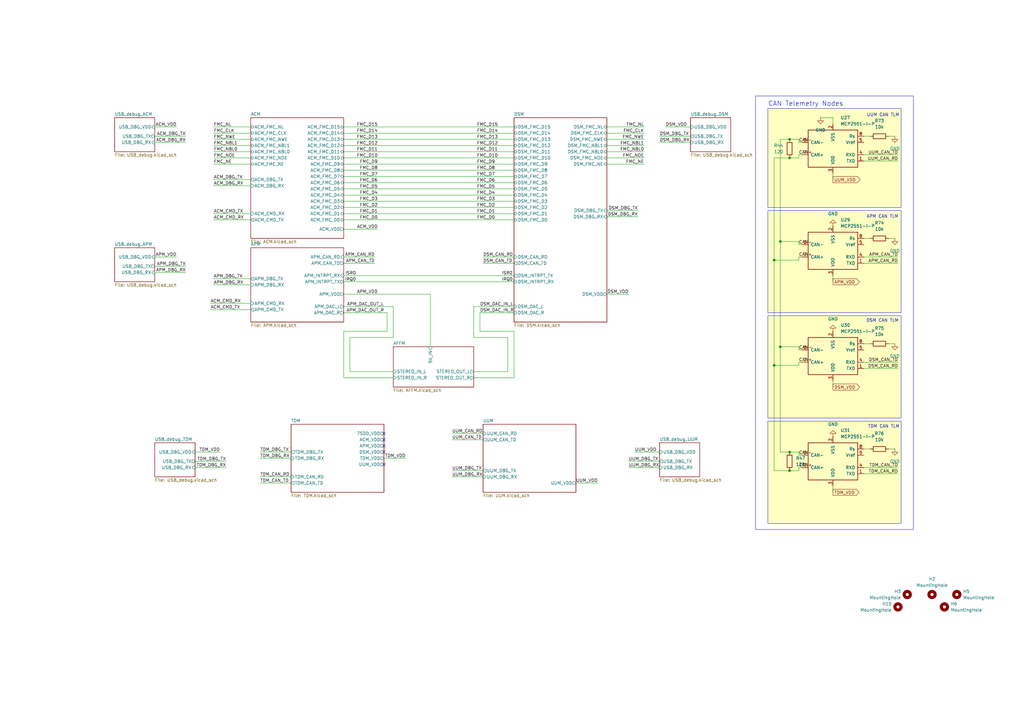
<source format=kicad_sch>
(kicad_sch (version 20250114) (generator "eeschema") (generator_version "9.0")
  (paper "A3")
  (title_block (date "2025-07-21") (rev "2"))
  (lib_symbols
    (symbol "Device:R" (pin_numbers (hide yes)) (pin_names (offset 0))
      (property "Reference" "R" (at 2.032 0 90))
      (property "Value" "R" (at 0 0 90))
      (symbol "R_0_1"
        (rectangle (start -1.016 -2.54) (end 1.016 2.54) (stroke (width 0.254)))
      )
      (symbol "R_1_1"
        (pin passive line (at 0 3.81 270) (length 1.27) (name "~") (number "1"))
        (pin passive line (at 0 -3.81 90) (length 1.27) (name "~") (number "2"))
      )
    )
    (symbol "Interface_CAN_LIN_pos_neg:MCP2551-I-P" (pin_names (offset 1.016))
      (property "Reference" "U" (at -10.16 8.89 0))
      (property "Value" "MCP2551-I-P" (at 2.54 8.89 0))
      (symbol "MCP2551-I-P_0_1"
        (rectangle (start -10.16 7.62) (end 10.16 -7.62) (stroke (width 0.254)) (fill (type background)))
      )
      (symbol "MCP2551-I-P_1_1"
        (pin input line (at -12.7 5.08 0) (length 2.54) (name "TXD") (number "1"))
        (pin output line (at -12.7 2.54 0) (length 2.54) (name "RXD") (number "4"))
        (pin power_out line (at -12.7 -2.54 0) (length 2.54) (name "Vref") (number "5"))
        (pin input line (at -12.7 -5.08 0) (length 2.54) (name "Rs") (number "8"))
        (pin power_in line (at 0 10.16 270) (length 2.54) (name "VDD") (number "3"))
        (pin power_in line (at 0 -10.16 90) (length 2.54) (name "VSS") (number "2"))
        (pin bidirectional line (at 12.7 2.54 180) (length 2.54) (name "CAN+") (number "7"))
        (pin bidirectional line (at 12.7 -2.54 180) (length 2.54) (name "CAN-") (number "6"))
      )
    )
    (symbol "Mechanical:MountingHole" (pin_names (offset 1.016)) (in_bom no)
      (property "Reference" "H" (at 0 5.08 0))
      (property "Value" "MountingHole" (at 0 3.175 0))
      (symbol "MountingHole_0_1"
        (circle (center 0 0) (radius 1.27) (stroke (width 1.27)))
      )
    )
    (symbol "power:GND" (power) (pin_numbers (hide yes)) (pin_names (offset 0) (hide yes))
      (property "Value" "GND" (at 0 -3.81 0))
      (symbol "GND_0_1"
        (polyline (pts (xy 0 0) (xy 0 -1.27) (xy 1.27 -1.27) (xy 0 -2.54) (xy -1.27 -1.27) (xy 0 -1.27)))
      )
      (symbol "GND_1_1"
        (pin power_in line (at 0 0 270) (length 0) (name "~") (number "1"))
      )
    )
  )
  (rectangle (start 314.96 44.45) (end 369.57 85.09) (fill (type color) (color 255 255 194 1)))
  (rectangle (start 309.88 39.37) (end 374.65 217.17))
  (rectangle (start 314.96 86.36) (end 369.57 128.27) (fill (type color) (color 255 255 194 1)))
  (rectangle (start 314.96 129.54) (end 369.57 171.45) (fill (type color) (color 255 255 194 1)))
  (rectangle (start 314.96 172.72) (end 369.57 214.63) (fill (type color) (color 255 255 194 1)))
  (text "TDM CAN TLM" (at 362.458 175.006 0) (effects (font (size 1.27 1.27))))
  (text "CAN Telemetry Nodes" (at 330.454 42.672 0) (effects (font (size 1.905 1.905))))
  (text "DSM CAN TLM" (at 361.95 131.572 0) (effects (font (size 1.27 1.27))))
  (text "APM CAN TLM" (at 361.95 88.9 0) (effects (font (size 1.27 1.27))))
  (text "UUM CAN TLM" (at 362.204 47.244 0) (effects (font (size 1.27 1.27))))
  (junction (at 317.5 106.68))
  (junction (at 323.85 185.42))
  (junction (at 317.5 149.86))
  (junction (at 323.85 57.15))
  (junction (at 320.04 142.24))
  (junction (at 320.04 99.06))
  (junction (at 323.85 64.77))
  (junction (at 323.85 193.04))
  (no_connect (at 157.48 190.5))
  (no_connect (at 157.48 177.8))
  (no_connect (at 157.48 185.42))
  (no_connect (at 157.48 182.88))
  (no_connect (at 157.48 180.34))
  (wire (pts (xy 106.68 187.96) (xy 119.38 187.96)))
  (wire (pts (xy 76.2 109.22) (xy 63.5 109.22)))
  (wire (pts (xy 354.33 66.04) (xy 368.3 66.04)))
  (wire (pts (xy 140.97 74.93) (xy 210.82 74.93)))
  (wire (pts (xy 261.62 88.9) (xy 248.92 88.9)))
  (wire (pts (xy 166.37 187.96) (xy 157.48 187.96)))
  (wire (pts (xy 158.75 128.27) (xy 158.75 135.89)))
  (wire (pts (xy 158.75 135.89) (xy 140.97 135.89)))
  (wire (pts (xy 76.2 58.42) (xy 63.5 58.42)))
  (wire (pts (xy 327.66 57.15) (xy 327.66 58.42)))
  (wire (pts (xy 154.94 93.98) (xy 140.97 93.98)))
  (wire (pts (xy 208.28 152.4) (xy 194.31 152.4)))
  (wire (pts (xy 327.66 148.59) (xy 328.93 148.59)))
  (wire (pts (xy 196.85 128.27) (xy 196.85 135.89)))
  (wire (pts (xy 270.51 55.88) (xy 283.21 55.88)))
  (wire (pts (xy 92.71 191.77) (xy 80.01 191.77)))
  (wire (pts (xy 106.68 198.12) (xy 119.38 198.12)))
  (wire (pts (xy 143.51 138.43) (xy 143.51 152.4)))
  (wire (pts (xy 261.62 86.36) (xy 248.92 86.36)))
  (wire (pts (xy 317.5 64.77) (xy 317.5 106.68)))
  (wire (pts (xy 364.49 55.88) (xy 367.03 55.88)))
  (wire (pts (xy 264.16 67.31) (xy 248.92 67.31)))
  (wire (pts (xy 87.63 59.69) (xy 102.87 59.69)))
  (wire (pts (xy 185.42 177.8) (xy 198.12 177.8)))
  (wire (pts (xy 153.67 105.41) (xy 140.97 105.41)))
  (wire (pts (xy 86.36 127) (xy 102.87 127)))
  (wire (pts (xy 140.97 87.63) (xy 210.82 87.63)))
  (wire (pts (xy 257.81 191.77) (xy 270.51 191.77)))
  (wire (pts (xy 328.93 100.33) (xy 327.66 100.33)))
  (wire (pts (xy 354.33 97.79) (xy 356.87 97.79)))
  (wire (pts (xy 198.12 105.41) (xy 210.82 105.41)))
  (wire (pts (xy 323.85 57.15) (xy 327.66 57.15)))
  (wire (pts (xy 273.05 52.07) (xy 283.21 52.07)))
  (wire (pts (xy 87.63 90.17) (xy 102.87 90.17)))
  (wire (pts (xy 341.63 73.66) (xy 341.63 71.12)))
  (wire (pts (xy 87.63 64.77) (xy 102.87 64.77)))
  (wire (pts (xy 257.81 120.65) (xy 248.92 120.65)))
  (wire (pts (xy 327.66 142.24) (xy 320.04 142.24)))
  (wire (pts (xy 140.97 82.55) (xy 210.82 82.55)))
  (wire (pts (xy 140.97 72.39) (xy 210.82 72.39)))
  (wire (pts (xy 140.97 77.47) (xy 210.82 77.47)))
  (wire (pts (xy 210.82 135.89) (xy 210.82 154.94)))
  (wire (pts (xy 87.63 116.84) (xy 102.87 116.84)))
  (wire (pts (xy 72.39 52.07) (xy 63.5 52.07)))
  (wire (pts (xy 176.53 142.24) (xy 176.53 120.65)))
  (wire (pts (xy 354.33 194.31) (xy 368.3 194.31)))
  (wire (pts (xy 92.71 189.23) (xy 80.01 189.23)))
  (wire (pts (xy 257.81 189.23) (xy 270.51 189.23)))
  (wire (pts (xy 270.51 58.42) (xy 283.21 58.42)))
  (wire (pts (xy 354.33 140.97) (xy 356.87 140.97)))
  (wire (pts (xy 140.97 57.15) (xy 210.82 57.15)))
  (wire (pts (xy 87.63 114.3) (xy 102.87 114.3)))
  (wire (pts (xy 327.66 193.04) (xy 327.66 191.77)))
  (wire (pts (xy 76.2 111.76) (xy 63.5 111.76)))
  (wire (pts (xy 368.3 63.5) (xy 354.33 63.5)))
  (wire (pts (xy 320.04 99.06) (xy 320.04 142.24)))
  (wire (pts (xy 210.82 154.94) (xy 194.31 154.94)))
  (wire (pts (xy 196.85 135.89) (xy 210.82 135.89)))
  (wire (pts (xy 264.16 54.61) (xy 248.92 54.61)))
  (wire (pts (xy 140.97 115.57) (xy 210.82 115.57)))
  (wire (pts (xy 198.12 107.95) (xy 210.82 107.95)))
  (wire (pts (xy 140.97 85.09) (xy 210.82 85.09)))
  (wire (pts (xy 327.66 64.77) (xy 327.66 63.5)))
  (wire (pts (xy 76.2 55.88) (xy 63.5 55.88)))
  (wire (pts (xy 354.33 191.77) (xy 368.3 191.77)))
  (wire (pts (xy 260.35 185.42) (xy 270.51 185.42)))
  (wire (pts (xy 320.04 57.15) (xy 320.04 99.06)))
  (wire (pts (xy 87.63 67.31) (xy 102.87 67.31)))
  (wire (pts (xy 327.66 99.06) (xy 327.66 100.33)))
  (wire (pts (xy 208.28 138.43) (xy 208.28 152.4)))
  (wire (pts (xy 341.63 201.93) (xy 341.63 199.39)))
  (wire (pts (xy 87.63 57.15) (xy 102.87 57.15)))
  (wire (pts (xy 317.5 106.68) (xy 317.5 149.86)))
  (wire (pts (xy 317.5 149.86) (xy 317.5 193.04)))
  (wire (pts (xy 327.66 106.68) (xy 317.5 106.68)))
  (wire (pts (xy 140.97 154.94) (xy 161.29 154.94)))
  (wire (pts (xy 140.97 62.23) (xy 210.82 62.23)))
  (wire (pts (xy 140.97 90.17) (xy 210.82 90.17)))
  (wire (pts (xy 264.16 64.77) (xy 248.92 64.77)))
  (wire (pts (xy 341.63 48.26) (xy 341.63 50.8)))
  (wire (pts (xy 320.04 142.24) (xy 320.04 185.42)))
  (wire (pts (xy 328.93 63.5) (xy 327.66 63.5)))
  (wire (pts (xy 323.85 193.04) (xy 327.66 193.04)))
  (wire (pts (xy 364.49 140.97) (xy 367.03 140.97)))
  (wire (pts (xy 341.63 158.75) (xy 341.63 156.21)))
  (wire (pts (xy 323.85 64.77) (xy 327.66 64.77)))
  (wire (pts (xy 354.33 151.13) (xy 368.3 151.13)))
  (wire (pts (xy 336.55 48.26) (xy 341.63 48.26)))
  (wire (pts (xy 143.51 152.4) (xy 161.29 152.4)))
  (wire (pts (xy 327.66 105.41) (xy 328.93 105.41)))
  (wire (pts (xy 140.97 113.03) (xy 210.82 113.03)))
  (wire (pts (xy 106.68 195.58) (xy 119.38 195.58)))
  (wire (pts (xy 323.85 185.42) (xy 320.04 185.42)))
  (wire (pts (xy 264.16 52.07) (xy 248.92 52.07)))
  (wire (pts (xy 264.16 59.69) (xy 248.92 59.69)))
  (wire (pts (xy 87.63 52.07) (xy 102.87 52.07)))
  (wire (pts (xy 185.42 193.04) (xy 198.12 193.04)))
  (wire (pts (xy 87.63 54.61) (xy 102.87 54.61)))
  (wire (pts (xy 364.49 97.79) (xy 367.03 97.79)))
  (wire (pts (xy 72.39 105.41) (xy 63.5 105.41)))
  (wire (pts (xy 140.97 64.77) (xy 210.82 64.77)))
  (wire (pts (xy 140.97 120.65) (xy 176.53 120.65)))
  (wire (pts (xy 90.17 185.42) (xy 80.01 185.42)))
  (wire (pts (xy 368.3 148.59) (xy 354.33 148.59)))
  (wire (pts (xy 354.33 184.15) (xy 356.87 184.15)))
  (wire (pts (xy 354.33 55.88) (xy 356.87 55.88)))
  (wire (pts (xy 327.66 99.06) (xy 320.04 99.06)))
  (wire (pts (xy 327.66 149.86) (xy 317.5 149.86)))
  (wire (pts (xy 194.31 138.43) (xy 208.28 138.43)))
  (wire (pts (xy 140.97 80.01) (xy 210.82 80.01)))
  (wire (pts (xy 140.97 59.69) (xy 210.82 59.69)))
  (wire (pts (xy 87.63 62.23) (xy 102.87 62.23)))
  (wire (pts (xy 185.42 195.58) (xy 198.12 195.58)))
  (wire (pts (xy 86.36 124.46) (xy 102.87 124.46)))
  (wire (pts (xy 323.85 185.42) (xy 327.66 185.42)))
  (wire (pts (xy 323.85 64.77) (xy 317.5 64.77)))
  (wire (pts (xy 196.85 128.27) (xy 210.82 128.27)))
  (wire (pts (xy 140.97 135.89) (xy 140.97 154.94)))
  (wire (pts (xy 87.63 87.63) (xy 102.87 87.63)))
  (wire (pts (xy 87.63 73.66) (xy 102.87 73.66)))
  (wire (pts (xy 194.31 125.73) (xy 194.31 138.43)))
  (wire (pts (xy 328.93 186.69) (xy 327.66 186.69)))
  (wire (pts (xy 161.29 138.43) (xy 143.51 138.43)))
  (wire (pts (xy 368.3 105.41) (xy 354.33 105.41)))
  (wire (pts (xy 327.66 191.77) (xy 328.93 191.77)))
  (wire (pts (xy 140.97 54.61) (xy 210.82 54.61)))
  (wire (pts (xy 341.63 115.57) (xy 341.63 113.03)))
  (wire (pts (xy 327.66 58.42) (xy 328.93 58.42)))
  (wire (pts (xy 153.67 107.95) (xy 140.97 107.95)))
  (wire (pts (xy 245.11 198.12) (xy 236.22 198.12)))
  (wire (pts (xy 327.66 185.42) (xy 327.66 186.69)))
  (wire (pts (xy 323.85 193.04) (xy 317.5 193.04)))
  (wire (pts (xy 185.42 180.34) (xy 198.12 180.34)))
  (wire (pts (xy 106.68 185.42) (xy 119.38 185.42)))
  (wire (pts (xy 354.33 107.95) (xy 368.3 107.95)))
  (wire (pts (xy 264.16 57.15) (xy 248.92 57.15)))
  (wire (pts (xy 264.16 62.23) (xy 248.92 62.23)))
  (wire (pts (xy 161.29 125.73) (xy 161.29 138.43)))
  (wire (pts (xy 328.93 143.51) (xy 327.66 143.51)))
  (wire (pts (xy 194.31 125.73) (xy 210.82 125.73)))
  (wire (pts (xy 87.63 76.2) (xy 102.87 76.2)))
  (wire (pts (xy 140.97 52.07) (xy 210.82 52.07)))
  (wire (pts (xy 140.97 67.31) (xy 210.82 67.31)))
  (wire (pts (xy 364.49 184.15) (xy 367.03 184.15)))
  (wire (pts (xy 140.97 128.27) (xy 158.75 128.27)))
  (wire (pts (xy 327.66 142.24) (xy 327.66 143.51)))
  (wire (pts (xy 327.66 106.68) (xy 327.66 105.41)))
  (wire (pts (xy 140.97 69.85) (xy 210.82 69.85)))
  (wire (pts (xy 323.85 57.15) (xy 320.04 57.15)))
  (wire (pts (xy 140.97 125.73) (xy 161.29 125.73)))
  (wire (pts (xy 327.66 149.86) (xy 327.66 148.59)))
  (label "FMC_NWE" (at 87.63 57.15 0))
  (label "CAN-" (at 327.66 143.51 0))
  (label "APM_VDD" (at 72.39 105.41 180))
  (label "UUM_CAN_TD" (at 368.3 63.5 180))
  (label "DSM_DBG_RX" (at 270.51 58.42 0))
  (label "UUM_DBG_RX" (at 257.81 191.77 0))
  (label "FMC_CLK" (at 87.63 54.61 0))
  (label "ACM_CMD_TX" (at 86.36 127 0))
  (label "DSM_DBG_RX" (at 261.62 88.9 180))
  (label "FMC_D15" (at 154.94 52.07 180))
  (label "APM_DAC_OUT_L" (at 157.48 125.73 180))
  (label "FMC_D1" (at 154.94 87.63 180))
  (label "ACM_VDD" (at 72.39 52.07 180))
  (label "FMC_NBL0" (at 87.63 62.23 0))
  (label "FMC_D3" (at 195.58 82.55 0))
  (label "CAN-" (at 327.66 186.69 0))
  (label "TDM_CAN_TD" (at 368.3 191.77 180))
  (label "DSM_CAN_TD" (at 368.3 148.59 180))
  (label "TDM_VDD" (at 166.37 187.96 180))
  (label "TDM_VDD" (at 90.17 185.42 180))
  (label "APM_DBG_RX" (at 87.63 116.84 0))
  (label "FMC_D15" (at 195.58 52.07 0))
  (label "APM_DBG_RX" (at 76.2 111.76 180))
  (label "FMC_NBL1" (at 87.63 59.69 0))
  (label "FMC_D6" (at 195.58 74.93 0))
  (label "TDM_DBG_RX" (at 106.68 187.96 0))
  (label "UUM_DBG_TX" (at 257.81 189.23 0))
  (label "TDM_DBG_TX" (at 92.71 189.23 180))
  (label "DSM_DAC_IN_L" (at 196.85 125.73 0))
  (label "TDM_CAN_RD" (at 106.68 195.58 0))
  (label "FMC_NE" (at 87.63 67.31 0))
  (label "FMC_D0" (at 154.94 90.17 180))
  (label "APM_DBG_TX" (at 87.63 114.3 0))
  (label "FMC_D14" (at 154.94 54.61 180))
  (label "FMC_D11" (at 195.58 62.23 0))
  (label "FMC_D1" (at 195.58 87.63 0))
  (label "FMC_D6" (at 154.94 74.93 180))
  (label "CAN+" (at 327.66 148.59 0))
  (label "FMC_D5" (at 154.94 77.47 180))
  (label "CAN+" (at 327.66 191.77 0))
  (label "FMC_D14" (at 195.58 54.61 0))
  (label "FMC_CLK" (at 264.16 54.61 180))
  (label "UUM_CAN_RD" (at 185.42 177.8 0))
  (label "FMC_NOE" (at 87.63 64.77 0))
  (label "TDM_CAN_RD" (at 368.3 194.31 180))
  (label "ISR0" (at 146.05 113.03 180))
  (label "DSM_DAC_IN_R" (at 196.85 128.27 0))
  (label "FMC_NL" (at 264.16 52.07 180))
  (label "FMC_D10" (at 154.94 64.77 180))
  (label "FMC_D8" (at 195.58 69.85 0))
  (label "UUM_CAN_TD" (at 185.42 180.34 0))
  (label "APM_DAC_OUT_R" (at 157.48 128.27 180))
  (label "CAN+" (at 327.66 105.41 0))
  (label "FMC_D4" (at 195.58 80.01 0))
  (label "TDM_DBG_RX" (at 92.71 191.77 180))
  (label "APM_CAN_TD" (at 153.67 107.95 180))
  (label "FMC_D12" (at 154.94 59.69 180))
  (label "ACM_DBG_RX" (at 87.63 76.2 0))
  (label "DSM_VDD" (at 257.81 120.65 180))
  (label "FMC_D9" (at 154.94 67.31 180))
  (label "FMC_D5" (at 195.58 77.47 0))
  (label "APM_VDD" (at 154.94 120.65 180))
  (label "FMC_NOE" (at 264.16 64.77 180))
  (label "UUM_DBG_TX" (at 185.42 193.04 0))
  (label "FMC_NWE" (at 264.16 57.15 180))
  (label "DSM_CAN_TD" (at 198.12 107.95 0))
  (label "APM_DBG_TX" (at 76.2 109.22 180))
  (label "FMC_NE" (at 264.16 67.31 180))
  (label "FMC_D12" (at 195.58 59.69 0))
  (label "FMC_NBL0" (at 264.16 62.23 180))
  (label "DSM_CAN_RD" (at 198.12 105.41 0))
  (label "ACM_VDD" (at 154.94 93.98 180))
  (label "FMC_D8" (at 154.94 69.85 180))
  (label "FMC_D13" (at 154.94 57.15 180))
  (label "ACM_CMD_RX" (at 87.63 90.17 0))
  (label "IRQ0" (at 205.74 115.57 0))
  (label "DSM_VDD" (at 273.05 52.07 0))
  (label "FMC_D10" (at 195.58 64.77 0))
  (label "FMC_NBL1" (at 264.16 59.69 180))
  (label "APM_CAN_RD" (at 368.3 107.95 180))
  (label "ISR0" (at 205.74 113.03 0))
  (label "FMC_D2" (at 195.58 85.09 0))
  (label "TDM_CAN_TD" (at 106.68 198.12 0))
  (label "ACM_CMD_RX" (at 86.36 124.46 0))
  (label "DSM_CAN_RD" (at 368.3 151.13 180))
  (label "FMC_D4" (at 154.94 80.01 180))
  (label "CAN-" (at 327.66 58.42 0))
  (label "APM_CAN_TD" (at 368.3 105.41 180))
  (label "UUM_CAN_RD" (at 368.3 66.04 180))
  (label "CAN+" (at 327.66 63.5 0))
  (label "FMC_NL" (at 87.63 52.07 0))
  (label "UUM_VDD" (at 260.35 185.42 0))
  (label "ACM_DBG_RX" (at 76.2 58.42 180))
  (label "ACM_DBG_TX" (at 76.2 55.88 180))
  (label "UUM_VDD" (at 245.11 198.12 180))
  (label "IRQ0" (at 146.05 115.57 180))
  (label "CAN-" (at 327.66 100.33 0))
  (label "FMC_D13" (at 195.58 57.15 0))
  (label "ACM_CMD_TX" (at 87.63 87.63 0))
  (label "FMC_D7" (at 195.58 72.39 0))
  (label "FMC_D11" (at 154.94 62.23 180))
  (label "DSM_DBG_TX" (at 261.62 86.36 180))
  (label "TDM_DBG_TX" (at 106.68 185.42 0))
  (label "UUM_DBG_RX" (at 185.42 195.58 0))
  (label "FMC_D2" (at 154.94 85.09 180))
  (label "FMC_D3" (at 154.94 82.55 180))
  (label "APM_CAN_RD" (at 153.67 105.41 180))
  (label "FMC_D0" (at 195.58 90.17 0))
  (label "FMC_D7" (at 154.94 72.39 180))
  (label "FMC_D9" (at 195.58 67.31 0))
  (label "DSM_DBG_TX" (at 270.51 55.88 0))
  (label "ACM_DBG_TX" (at 87.63 73.66 0))
  (global_label "APM_VDD" (shape output) (at 341.63 115.57 0) (property "Intersheetrefs" "${INTERSHEET_REFS}" (effects (hide yes))))
  (global_label "DSM_VDD" (shape output) (at 341.63 158.75 0) (property "Intersheetrefs" "${INTERSHEET_REFS}" (effects (hide yes))))
  (global_label "UUM_VDD" (shape output) (at 341.63 73.66 0) (property "Intersheetrefs" "${INTERSHEET_REFS}" (effects (hide yes))))
  (global_label "TDM_VDD" (shape output) (at 341.63 201.93 0) (property "Intersheetrefs" "${INTERSHEET_REFS}" (effects (hide yes))))
  (symbol (lib_id "Interface_CAN_LIN_pos_neg:MCP2551-I-P") (at 341.63 189.23 180) (unit 1)
    (property "Reference" "U31" (at 344.7481 176.53 0) (effects (justify right)))
    (property "Value" "MCP2551-I-P" (at 344.7481 179.07 0) (effects (justify right)))
    (property "Footprint" "Package_DIP:DIP-8_W7.62mm" (effects (hide yes)))
    (property "Datasheet" "http://ww1.microchip.com/downloads/en/devicedoc/21667d.pdf" (effects (hide yes)))
    (property "Description" "High-Speed CAN Transceiver, 1Mbps, 5V supply, DIP-8" (effects (hide yes)))
  )
  (symbol (lib_id "Interface_CAN_LIN_pos_neg:MCP2551-I-P") (at 341.63 60.96 180) (unit 1)
    (property "Reference" "U27" (at 344.7481 48.26 0) (effects (justify right)))
    (property "Value" "MCP2551-I-P" (at 344.7481 50.8 0) (effects (justify right)))
    (property "Footprint" "Package_DIP:DIP-8_W7.62mm" (effects (hide yes)))
    (property "Datasheet" "http://ww1.microchip.com/downloads/en/devicedoc/21667d.pdf" (effects (hide yes)))
    (property "Description" "High-Speed CAN Transceiver, 1Mbps, 5V supply, DIP-8" (effects (hide yes)))
  )
  (symbol (lib_id "Mechanical:MountingHole") (at 372.11 243.84 0) (unit 1) (in_bom no)
    (property "Reference" "H3" (at 369.57 242.5699 0) (effects (justify right)))
    (property "Value" "MountingHole" (at 369.57 245.1099 0) (effects (justify right)))
    (property "Footprint" "MountingHole:MountingHole_3.2mm_M3" (effects (hide yes)))
    (property "Description" "Mounting Hole without connection" (effects (hide yes)))
  )
  (symbol (lib_id "power:GND") (at 367.03 184.15 0) (unit 1)
    (property "Reference" "#PWR0172" (effects (hide yes)))
    (property "Value" "GND" (at 367.03 189.23 0))
    (property "Description" "Power symbol creates a global label with name \"GND\" , ground" (effects (hide yes)))
  )
  (symbol (lib_id "Device:R") (at 360.68 97.79 90) (unit 1)
    (property "Reference" "R74" (at 360.68 91.44 90))
    (property "Value" "10k" (at 360.68 93.98 90))
    (property "Footprint" "Resistor_SMD:R_0805_2012Metric_Pad1.20x1.40mm_HandSolder" (effects (hide yes)))
    (property "Description" "Resistor" (effects (hide yes)))
    (property "DigiKey_Part_Number" "311-10.0KCRCT-ND" (effects (hide yes)))
    (property "Price" "0.0129" (effects (hide yes)))
  )
  (symbol (lib_id "power:GND") (at 367.03 97.79 0) (unit 1)
    (property "Reference" "#PWR0170" (effects (hide yes)))
    (property "Value" "GND" (at 367.03 102.87 0))
    (property "Description" "Power symbol creates a global label with name \"GND\" , ground" (effects (hide yes)))
  )
  (symbol (lib_id "Mechanical:MountingHole") (at 392.43 243.84 0) (unit 1) (in_bom no)
    (property "Reference" "H5" (at 394.97 242.5699 0) (effects (justify left)))
    (property "Value" "MountingHole" (at 394.97 245.1099 0) (effects (justify left)))
    (property "Footprint" "MountingHole:MountingHole_3.2mm_M3" (effects (hide yes)))
    (property "Description" "Mounting Hole without connection" (effects (hide yes)))
  )
  (symbol (lib_id "power:GND") (at 341.63 135.89 180) (unit 1)
    (property "Reference" "#PWR0124" (effects (hide yes)))
    (property "Value" "GND" (at 341.63 130.81 0))
    (property "Description" "Power symbol creates a global label with name \"GND\" , ground" (effects (hide yes)))
  )
  (symbol (lib_id "Device:R") (at 360.68 55.88 90) (unit 1)
    (property "Reference" "R73" (at 360.68 49.53 90))
    (property "Value" "10k" (at 360.68 52.07 90))
    (property "Footprint" "Resistor_SMD:R_0805_2012Metric_Pad1.20x1.40mm_HandSolder" (effects (hide yes)))
    (property "Description" "Resistor" (effects (hide yes)))
    (property "DigiKey_Part_Number" "311-10.0KCRCT-ND" (effects (hide yes)))
    (property "Price" "0.0129" (effects (hide yes)))
  )
  (symbol (lib_id "Mechanical:MountingHole") (at 387.35 248.92 0) (unit 1) (in_bom no)
    (property "Reference" "H6" (at 389.89 247.6499 0) (effects (justify left)))
    (property "Value" "MountingHole" (at 389.89 250.1899 0) (effects (justify left)))
    (property "Footprint" "MountingHole:MountingHole_3.2mm_M3" (effects (hide yes)))
    (property "Description" "Mounting Hole without connection" (effects (hide yes)))
  )
  (symbol (lib_id "power:GND") (at 367.03 140.97 0) (unit 1)
    (property "Reference" "#PWR0171" (effects (hide yes)))
    (property "Value" "GND" (at 367.03 146.05 0))
    (property "Description" "Power symbol creates a global label with name \"GND\" , ground" (effects (hide yes)))
  )
  (symbol (lib_id "Mechanical:MountingHole") (at 382.27 243.84 0) (unit 1) (in_bom no)
    (property "Reference" "H2" (at 382.27 237.49 0))
    (property "Value" "MountingHole" (at 382.27 240.03 0))
    (property "Footprint" "MountingHole:MountingHole_3.2mm_M3" (effects (hide yes)))
    (property "Description" "Mounting Hole without connection" (effects (hide yes)))
  )
  (symbol (lib_id "power:GND") (at 341.63 92.71 180) (unit 1)
    (property "Reference" "#PWR0123" (effects (hide yes)))
    (property "Value" "GND" (at 341.63 87.63 0))
    (property "Description" "Power symbol creates a global label with name \"GND\" , ground" (effects (hide yes)))
  )
  (symbol (lib_id "power:GND") (at 336.55 48.26 0) (unit 1)
    (property "Reference" "#PWR0122" (effects (hide yes)))
    (property "Value" "GND" (at 336.55 53.34 0))
    (property "Description" "Power symbol creates a global label with name \"GND\" , ground" (effects (hide yes)))
  )
  (symbol (lib_id "Interface_CAN_LIN_pos_neg:MCP2551-I-P") (at 341.63 102.87 180) (unit 1)
    (property "Reference" "U29" (at 344.7481 90.17 0) (effects (justify right)))
    (property "Value" "MCP2551-I-P" (at 344.7481 92.71 0) (effects (justify right)))
    (property "Footprint" "Package_DIP:DIP-8_W7.62mm" (effects (hide yes)))
    (property "Datasheet" "http://ww1.microchip.com/downloads/en/devicedoc/21667d.pdf" (effects (hide yes)))
    (property "Description" "High-Speed CAN Transceiver, 1Mbps, 5V supply, DIP-8" (effects (hide yes)))
  )
  (symbol (lib_id "Device:R") (at 323.85 189.23 0) (unit 1)
    (property "Reference" "R47" (at 326.39 187.9599 0) (effects (justify left)))
    (property "Value" "120" (at 326.39 190.4999 0) (effects (justify left)))
    (property "Footprint" "Resistor_SMD:R_0805_2012Metric_Pad1.20x1.40mm_HandSolder" (effects (hide yes)))
    (property "Description" "Resistor" (effects (hide yes)))
    (property "DigiKey_Part_Number" "311-10.0KCRCT-ND" (effects (hide yes)))
    (property "Price" "0.0129" (effects (hide yes)))
  )
  (symbol (lib_id "power:GND") (at 367.03 55.88 0) (unit 1)
    (property "Reference" "#PWR0169" (effects (hide yes)))
    (property "Value" "GND" (at 367.03 60.96 0))
    (property "Description" "Power symbol creates a global label with name \"GND\" , ground" (effects (hide yes)))
  )
  (symbol (lib_id "Device:R") (at 323.85 60.96 0) (mirror x) (unit 1)
    (property "Reference" "R44" (at 321.31 59.6899 0) (effects (justify right)))
    (property "Value" "120" (at 321.31 62.2299 0) (effects (justify right)))
    (property "Footprint" "Resistor_SMD:R_0805_2012Metric_Pad1.20x1.40mm_HandSolder" (effects (hide yes)))
    (property "Description" "Resistor" (effects (hide yes)))
    (property "DigiKey_Part_Number" "311-10.0KCRCT-ND" (effects (hide yes)))
    (property "Price" "0.0129" (effects (hide yes)))
  )
  (symbol (lib_id "Device:R") (at 360.68 184.15 90) (unit 1)
    (property "Reference" "R76" (at 360.68 177.8 90))
    (property "Value" "10k" (at 360.68 180.34 90))
    (property "Footprint" "Resistor_SMD:R_0805_2012Metric_Pad1.20x1.40mm_HandSolder" (effects (hide yes)))
    (property "Description" "Resistor" (effects (hide yes)))
    (property "DigiKey_Part_Number" "311-10.0KCRCT-ND" (effects (hide yes)))
    (property "Price" "0.0129" (effects (hide yes)))
  )
  (symbol (lib_id "Interface_CAN_LIN_pos_neg:MCP2551-I-P") (at 341.63 146.05 180) (unit 1)
    (property "Reference" "U30" (at 344.7481 133.35 0) (effects (justify right)))
    (property "Value" "MCP2551-I-P" (at 344.7481 135.89 0) (effects (justify right)))
    (property "Footprint" "Package_DIP:DIP-8_W7.62mm" (effects (hide yes)))
    (property "Datasheet" "http://ww1.microchip.com/downloads/en/devicedoc/21667d.pdf" (effects (hide yes)))
    (property "Description" "High-Speed CAN Transceiver, 1Mbps, 5V supply, DIP-8" (effects (hide yes)))
  )
  (symbol (lib_id "Mechanical:MountingHole") (at 368.3 248.92 0) (unit 1) (in_bom no)
    (property "Reference" "H10" (at 365.76 247.6499 0) (effects (justify right)))
    (property "Value" "MountingHole" (at 365.76 250.1899 0) (effects (justify right)))
    (property "Footprint" "MountingHole:MountingHole_3.2mm_M3" (effects (hide yes)))
    (property "Description" "Mounting Hole without connection" (effects (hide yes)))
  )
  (symbol (lib_id "Device:R") (at 360.68 140.97 90) (unit 1)
    (property "Reference" "R75" (at 360.68 134.62 90))
    (property "Value" "10k" (at 360.68 137.16 90))
    (property "Footprint" "Resistor_SMD:R_0805_2012Metric_Pad1.20x1.40mm_HandSolder" (effects (hide yes)))
    (property "Description" "Resistor" (effects (hide yes)))
    (property "DigiKey_Part_Number" "311-10.0KCRCT-ND" (effects (hide yes)))
    (property "Price" "0.0129" (effects (hide yes)))
  )
  (symbol (lib_id "power:GND") (at 341.63 179.07 180) (unit 1)
    (property "Reference" "#PWR0125" (effects (hide yes)))
    (property "Value" "GND" (at 341.63 173.99 0))
    (property "Description" "Power symbol creates a global label with name \"GND\" , ground" (effects (hide yes)))
  )
  (sheet (at 102.87 101.6) (size 38.1 30.48) (stroke (width 0.1524))
    (property "Sheetname" "APM" (at 102.87 100.8884 0) (effects (justify left bottom)))
    (property "Sheetfile" "APM.kicad_sch" (at 102.87 132.6646 0) (effects (justify left top)))
    (pin "APM_CMD_TX" output (at 102.87 127 180))
    (pin "APM_CMD_RX" input (at 102.87 124.46 180))
    (pin "APM_INTRPT_RX" input (at 140.97 113.03 0))
    (pin "APM_INTRPT_TX" output (at 140.97 115.57 0))
    (pin "APM_CAN_TD" output (at 140.97 107.95 0))
    (pin "APM_CAN_RD" input (at 140.97 105.41 0))
    (pin "APM_DAC_L" output (at 140.97 125.73 0))
    (pin "APM_DAC_R" output (at 140.97 128.27 0))
    (pin "APM_DBG_RX" input (at 102.87 116.84 180))
    (pin "APM_VDD" output (at 140.97 120.65 0))
    (pin "APM_DBG_TX" output (at 102.87 114.3 180))
  )
  (sheet (at 46.99 48.26) (size 16.51 13.97) (stroke (width 0.1524))
    (property "Sheetname" "USB_debug_ACM" (at 46.99 47.5484 0) (effects (justify left bottom)))
    (property "Sheetfile" "USB_debug.kicad_sch" (at 46.99 62.8146 0) (effects (justify left top)))
    (pin "USB_DBG_RX" input (at 63.5 58.42 0))
    (pin "USB_DBG_VDD" input (at 63.5 52.07 0))
    (pin "USB_DBG_TX" output (at 63.5 55.88 0))
  )
  (sheet (at 210.82 48.26) (size 38.1 83.82) (stroke (width 0.1524))
    (property "Sheetname" "DSM" (at 210.82 47.5484 0) (effects (justify left bottom)))
    (property "Sheetfile" "DSM.kicad_sch" (at 210.82 132.6646 0) (effects (justify left top)))
    (pin "DSM_DAC_L" input (at 210.82 125.73 180))
    (pin "DSM_CAN_RD" input (at 210.82 105.41 180))
    (pin "DSM_INTRPT_TX" output (at 210.82 113.03 180))
    (pin "DSM_INTRPT_RX" input (at 210.82 115.57 180))
    (pin "DSM_DAC_R" input (at 210.82 128.27 180))
    (pin "DSM_CAN_TD" output (at 210.82 107.95 180))
    (pin "DSM_FMC_D10" bidirectional (at 210.82 64.77 180))
    (pin "DSM_FMC_D8" bidirectional (at 210.82 69.85 180))
    (pin "DSM_FMC_NBL1" bidirectional (at 248.92 59.69 0))
    (pin "DSM_FMC_D0" bidirectional (at 210.82 90.17 180))
    (pin "DSM_FMC_D11" bidirectional (at 210.82 62.23 180))
    (pin "DSM_FMC_NOE" bidirectional (at 248.92 64.77 0))
    (pin "DSM_FMC_D6" bidirectional (at 210.82 74.93 180))
    (pin "DSM_FMC_D14" bidirectional (at 210.82 54.61 180))
    (pin "DSM_FMC_NBL0" bidirectional (at 248.92 62.23 0))
    (pin "DSM_FMC_D9" bidirectional (at 210.82 67.31 180))
    (pin "DSM_FMC_D7" bidirectional (at 210.82 72.39 180))
    (pin "DSM_FMC_D13" bidirectional (at 210.82 57.15 180))
    (pin "DSM_FMC_D5" bidirectional (at 210.82 77.47 180))
    (pin "DSM_FMC_NL" bidirectional (at 248.92 52.07 0))
    (pin "DSM_FMC_D12" bidirectional (at 210.82 59.69 180))
    (pin "DSM_FMC_D15" bidirectional (at 210.82 52.07 180))
    (pin "DSM_FMC_D1" bidirectional (at 210.82 87.63 180))
    (pin "DSM_FMC_D3" bidirectional (at 210.82 82.55 180))
    (pin "DSM_FMC_D4" bidirectional (at 210.82 80.01 180))
    (pin "DSM_FMC_D2" bidirectional (at 210.82 85.09 180))
    (pin "DSM_FMC_CLK" bidirectional (at 248.92 54.61 0))
    (pin "DSM_FMC_NWE" bidirectional (at 248.92 57.15 0))
    (pin "DSM_FMC_NE" bidirectional (at 248.92 67.31 0))
    (pin "DSM_DBG_TX" input (at 248.92 86.36 0))
    (pin "DSM_DBG_RX" input (at 248.92 88.9 0))
    (pin "DSM_VDD" output (at 248.92 120.65 0))
  )
  (sheet (at 119.38 173.99) (size 38.1 27.94) (stroke (width 0.1524))
    (property "Sheetname" "TDM" (at 119.38 173.2784 0) (effects (justify left bottom)))
    (property "Sheetfile" "TDM.kicad_sch" (at 119.38 202.5146 0) (effects (justify left top)))
    (pin "TDM_CAN_TD" output (at 119.38 198.12 180))
    (pin "TDM_CAN_RD" input (at 119.38 195.58 180))
    (pin "UUM_VDD" output (at 157.48 190.5 0))
    (pin "ACM_VDD" output (at 157.48 180.34 0))
    (pin "7SDD_VDD" output (at 157.48 177.8 0))
    (pin "TDM_VDD" output (at 157.48 187.96 0))
    (pin "APM_VDD" output (at 157.48 182.88 0))
    (pin "DSM_VDD" output (at 157.48 185.42 0))
    (pin "TDM_DBG_RX" input (at 119.38 187.96 180))
    (pin "TDM_DBG_TX" output (at 119.38 185.42 180))
  )
  (sheet (at 283.21 48.26) (size 16.51 13.97) (stroke (width 0.1524))
    (property "Sheetname" "USB_debug_DSM" (at 283.21 47.5484 0) (effects (justify left bottom)))
    (property "Sheetfile" "USB_debug.kicad_sch" (at 283.21 62.8146 0) (effects (justify left top)))
    (pin "USB_DBG_RX" input (at 283.21 58.42 180))
    (pin "USB_DBG_VDD" input (at 283.21 52.07 180))
    (pin "USB_DBG_TX" output (at 283.21 55.88 180))
  )
  (sheet (at 102.87 48.26) (size 38.1 49.53) (stroke (width 0.1524))
    (property "Sheetname" "ACM" (at 102.87 47.5484 0) (effects (justify left bottom)))
    (property "Sheetfile" "ACM.kicad_sch" (at 102.87 98.3746 0) (effects (justify left top)))
    (pin "ACM_FMC_D4" bidirectional (at 140.97 80.01 0))
    (pin "ACM_FMC_NE" bidirectional (at 102.87 67.31 180))
    (pin "ACM_FMC_D1" bidirectional (at 140.97 87.63 0))
    (pin "ACM_FMC_D12" bidirectional (at 140.97 59.69 0))
    (pin "ACM_FMC_NL" bidirectional (at 102.87 52.07 180))
    (pin "ACM_FMC_NBL1" bidirectional (at 102.87 59.69 180))
    (pin "ACM_FMC_NOE" bidirectional (at 102.87 64.77 180))
    (pin "ACM_FMC_D8" bidirectional (at 140.97 69.85 0))
    (pin "ACM_CMD_TX" output (at 102.87 90.17 180))
    (pin "ACM_FMC_D14" bidirectional (at 140.97 54.61 0))
    (pin "ACM_FMC_D0" bidirectional (at 140.97 90.17 0))
    (pin "ACM_CMD_RX" input (at 102.87 87.63 180))
    (pin "ACM_FMC_D3" bidirectional (at 140.97 82.55 0))
    (pin "ACM_FMC_D2" bidirectional (at 140.97 85.09 0))
    (pin "ACM_FMC_D10" bidirectional (at 140.97 64.77 0))
    (pin "ACM_FMC_D15" bidirectional (at 140.97 52.07 0))
    (pin "ACM_FMC_D13" bidirectional (at 140.97 57.15 0))
    (pin "ACM_FMC_D6" bidirectional (at 140.97 74.93 0))
    (pin "ACM_FMC_CLK" bidirectional (at 102.87 54.61 180))
    (pin "ACM_FMC_NBL0" bidirectional (at 102.87 62.23 180))
    (pin "ACM_FMC_NWE" bidirectional (at 102.87 57.15 180))
    (pin "ACM_FMC_D9" bidirectional (at 140.97 67.31 0))
    (pin "ACM_FMC_D7" bidirectional (at 140.97 72.39 0))
    (pin "ACM_FMC_D5" bidirectional (at 140.97 77.47 0))
    (pin "ACM_FMC_D11" bidirectional (at 140.97 62.23 0))
    (pin "ACM_DBG_TX" output (at 102.87 73.66 180))
    (pin "ACM_DBG_RX" input (at 102.87 76.2 180))
    (pin "ACM_VDD" output (at 140.97 93.98 0))
  )
  (sheet (at 46.99 101.6) (size 16.51 13.97) (stroke (width 0.1524))
    (property "Sheetname" "USB_debug_APM" (at 46.99 100.8884 0) (effects (justify left bottom)))
    (property "Sheetfile" "USB_debug.kicad_sch" (at 46.99 116.1546 0) (effects (justify left top)))
    (pin "USB_DBG_RX" input (at 63.5 111.76 0))
    (pin "USB_DBG_VDD" input (at 63.5 105.41 0))
    (pin "USB_DBG_TX" output (at 63.5 109.22 0))
  )
  (sheet (at 198.12 173.99) (size 38.1 27.94) (stroke (width 0.1524))
    (property "Sheetname" "UUM" (at 198.12 173.2784 0) (effects (justify left bottom)))
    (property "Sheetfile" "UUM.kicad_sch" (at 198.12 202.5146 0) (effects (justify left top)))
    (pin "UUM_CAN_RD" input (at 198.12 177.8 180))
    (pin "UUM_CAN_TD" output (at 198.12 180.34 180))
    (pin "UUM_DBG_RX" input (at 198.12 195.58 180))
    (pin "UUM_DBG_TX" output (at 198.12 193.04 180))
    (pin "UUM_VDD" output (at 236.22 198.12 0))
  )
  (sheet (at 63.5 181.61) (size 16.51 13.97) (stroke (width 0.1524))
    (property "Sheetname" "USB_debug_TDM" (at 63.5 180.8984 0) (effects (justify left bottom)))
    (property "Sheetfile" "USB_debug.kicad_sch" (at 63.5 196.1646 0) (effects (justify left top)))
    (pin "USB_DBG_RX" input (at 80.01 191.77 0))
    (pin "USB_DBG_VDD" input (at 80.01 185.42 0))
    (pin "USB_DBG_TX" output (at 80.01 189.23 0))
  )
  (sheet (at 270.51 181.61) (size 16.51 13.97) (stroke (width 0.1524))
    (property "Sheetname" "USB_debug_UUM" (at 270.51 180.8984 0) (effects (justify left bottom)))
    (property "Sheetfile" "USB_debug.kicad_sch" (at 270.51 196.1646 0) (effects (justify left top)))
    (pin "USB_DBG_RX" input (at 270.51 191.77 180))
    (pin "USB_DBG_VDD" input (at 270.51 185.42 180))
    (pin "USB_DBG_TX" output (at 270.51 189.23 180))
  )
  (sheet (at 161.29 142.24) (size 33.02 16.51) (stroke (width 0.1524))
    (property "Sheetname" "AFFM" (at 161.29 141.5284 0) (effects (justify left bottom)))
    (property "Sheetfile" "AFFM.kicad_sch" (at 161.29 159.3346 0) (effects (justify left top)))
    (pin "STEREO_IN_R" input (at 161.29 154.94 180))
    (pin "STEREO_OUT_R" output (at 194.31 154.94 0))
    (pin "STEREO_OUT_L" output (at 194.31 152.4 0))
    (pin "STEREO_IN_L" input (at 161.29 152.4 180))
    (pin "5V_IN" input (at 176.53 142.24 90))
  )
)
</source>
